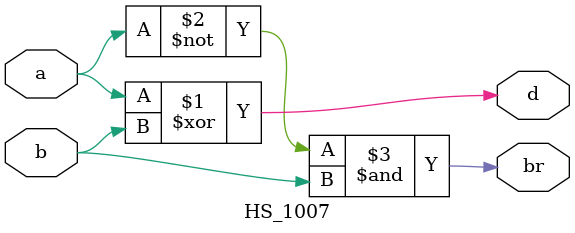
<source format=v>
`timescale 1ns / 1ps
module HS_1007(
    input a,
    input b,
    output d,
    output br
    );
	 assign d=a^b;
	 assign br=~a&b;


endmodule

</source>
